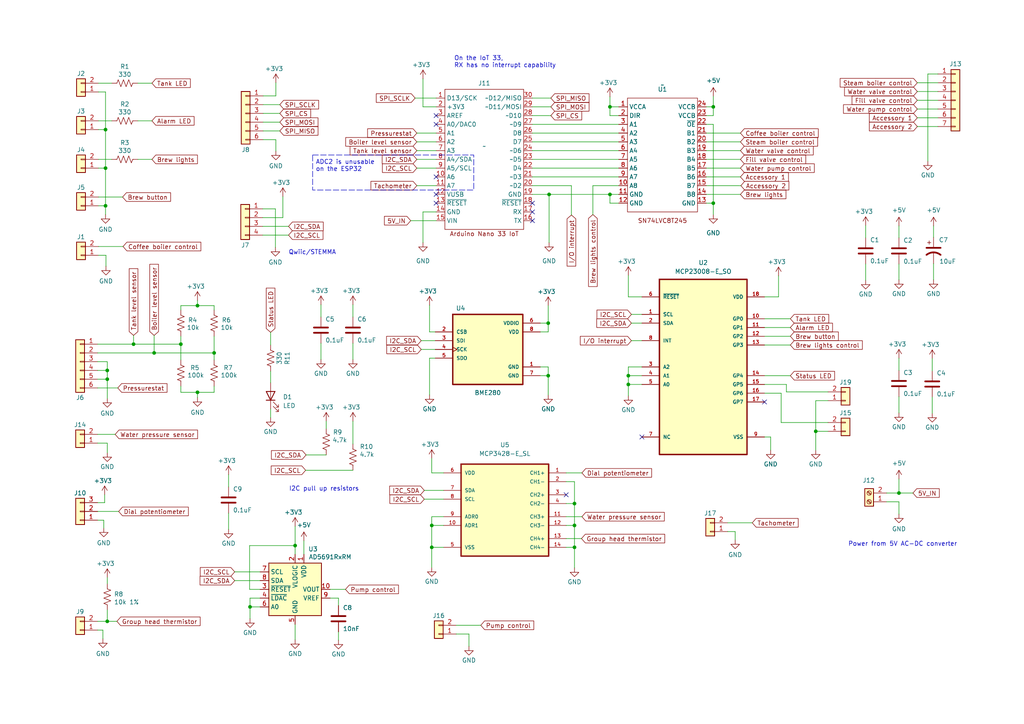
<source format=kicad_sch>
(kicad_sch (version 20230121) (generator eeschema)
  (paper "A4")
  (junction (at 159.004 108.966))
  (junction (at 125.222 152.4))
  (junction (at 182.245 111.506))
  (junction (at 182.245 108.966))
  (junction (at 166.624 152.4))
  (junction (at 176.911 56.388))
  (junction (at 44.704 102.362))
  (junction (at 236.601 125.095))
  (junction (at 31.115 180.213))
  (junction (at 85.598 158.242))
  (junction (at 30.607 37.592))
  (junction (at 31.115 107.442))
  (junction (at 38.735 99.822))
  (junction (at 260.731 143.002))
  (junction (at 206.883 58.928))
  (junction (at 72.517 176.022))
  (junction (at 31.115 109.982))
  (junction (at 159.258 56.388))
  (junction (at 52.451 99.822))
  (junction (at 159.004 93.726))
  (junction (at 57.277 113.792))
  (junction (at 166.624 146.05))
  (junction (at 62.103 102.362))
  (junction (at 206.883 30.988))
  (junction (at 30.607 48.768))
  (junction (at 176.911 30.988))
  (junction (at 166.624 158.75))
  (junction (at 125.222 158.75))
  (junction (at 30.607 59.69))
  (junction (at 57.277 88.646))
  (no_connect (at 126.492 36.068))
  (no_connect (at 154.432 64.008))
  (no_connect (at 164.211 143.51))
  (no_connect (at 126.492 33.528))
  (no_connect (at 154.432 61.468))
  (no_connect (at 221.742 116.586))
  (no_connect (at 126.492 51.308))
  (no_connect (at 186.182 126.746))
  (no_connect (at 154.432 58.928))
  (no_connect (at 126.492 58.928))
  (no_connect (at 126.492 56.388))
  (wire (pts (xy 76.2 63.119) (xy 82.042 63.119)))
  (wire (pts (xy 176.911 58.928) (xy 176.911 56.388)))
  (wire (pts (xy 62.103 88.646) (xy 57.277 88.646)))
  (wire (pts (xy 166.624 158.75) (xy 166.624 164.719)))
  (wire (pts (xy 260.731 76.581) (xy 260.731 81.153)))
  (wire (pts (xy 182.245 86.106) (xy 182.245 79.883)))
  (wire (pts (xy 72.39 158.242) (xy 85.598 158.242)))
  (wire (pts (xy 228.092 113.665) (xy 240.157 113.665)))
  (wire (pts (xy 251.079 65.405) (xy 251.079 68.961)))
  (wire (pts (xy 28.321 104.902) (xy 31.115 104.902)))
  (wire (pts (xy 260.731 115.062) (xy 260.731 119.761)))
  (wire (pts (xy 75.438 170.942) (xy 72.39 170.942)))
  (wire (pts (xy 236.601 116.205) (xy 236.601 125.095)))
  (wire (pts (xy 136.017 183.896) (xy 136.017 187.452)))
  (wire (pts (xy 270.383 104.013) (xy 270.383 107.569)))
  (wire (pts (xy 236.601 125.095) (xy 240.157 125.095)))
  (wire (pts (xy 30.607 48.768) (xy 30.607 59.69)))
  (wire (pts (xy 31.115 104.902) (xy 31.115 107.442)))
  (wire (pts (xy 176.911 33.528) (xy 176.911 30.988)))
  (wire (pts (xy 221.742 97.536) (xy 229.235 97.536)))
  (wire (pts (xy 28.575 46.228) (xy 32.385 46.228)))
  (wire (pts (xy 75.438 176.022) (xy 72.517 176.022)))
  (wire (pts (xy 128.651 149.86) (xy 125.222 149.86)))
  (wire (pts (xy 154.432 53.848) (xy 165.735 53.848)))
  (wire (pts (xy 128.651 158.75) (xy 125.222 158.75)))
  (wire (pts (xy 94.615 122.174) (xy 94.615 124.333)))
  (wire (pts (xy 154.432 28.448) (xy 159.766 28.448)))
  (wire (pts (xy 154.432 56.388) (xy 159.258 56.388)))
  (wire (pts (xy 270.764 76.454) (xy 270.764 81.153)))
  (wire (pts (xy 159.258 56.388) (xy 159.258 70.358)))
  (wire (pts (xy 206.883 33.528) (xy 206.883 30.988)))
  (wire (pts (xy 204.851 56.388) (xy 214.757 56.388)))
  (wire (pts (xy 154.432 36.068) (xy 179.451 36.068)))
  (wire (pts (xy 98.171 173.482) (xy 98.171 175.641)))
  (wire (pts (xy 78.486 96.393) (xy 78.486 100.076)))
  (wire (pts (xy 52.451 89.916) (xy 52.451 88.646)))
  (wire (pts (xy 88.138 156.845) (xy 88.138 160.782)))
  (wire (pts (xy 28.575 37.592) (xy 30.607 37.592)))
  (wire (pts (xy 28.321 107.442) (xy 31.115 107.442)))
  (wire (pts (xy 206.883 27.94) (xy 206.883 30.988)))
  (wire (pts (xy 122.682 61.468) (xy 122.682 70.358)))
  (wire (pts (xy 260.731 103.886) (xy 260.731 107.442)))
  (wire (pts (xy 183.134 93.726) (xy 186.182 93.726)))
  (wire (pts (xy 154.432 33.528) (xy 159.766 33.528)))
  (wire (pts (xy 76.2 68.199) (xy 83.693 68.199)))
  (wire (pts (xy 126.492 61.468) (xy 122.682 61.468)))
  (wire (pts (xy 179.451 53.848) (xy 171.958 53.848)))
  (wire (pts (xy 186.182 106.426) (xy 182.245 106.426)))
  (wire (pts (xy 164.211 137.16) (xy 168.783 137.16)))
  (wire (pts (xy 225.806 80.01) (xy 225.806 86.106)))
  (wire (pts (xy 154.432 38.608) (xy 179.451 38.608)))
  (wire (pts (xy 98.171 183.261) (xy 98.171 185.674)))
  (wire (pts (xy 154.432 46.228) (xy 179.451 46.228)))
  (wire (pts (xy 28.575 59.69) (xy 30.607 59.69)))
  (wire (pts (xy 80.01 40.513) (xy 80.01 43.815)))
  (wire (pts (xy 204.851 58.928) (xy 206.883 58.928)))
  (wire (pts (xy 204.851 43.688) (xy 214.757 43.688)))
  (wire (pts (xy 52.451 112.014) (xy 52.451 113.792)))
  (wire (pts (xy 221.742 108.966) (xy 229.235 108.966)))
  (wire (pts (xy 76.2 60.579) (xy 79.883 60.579)))
  (wire (pts (xy 52.451 97.536) (xy 52.451 99.822)))
  (wire (pts (xy 221.742 126.746) (xy 223.52 126.746)))
  (wire (pts (xy 31.115 109.982) (xy 31.115 115.57)))
  (wire (pts (xy 125.222 158.75) (xy 125.222 164.592)))
  (wire (pts (xy 72.517 173.482) (xy 72.517 176.022)))
  (wire (pts (xy 260.731 143.002) (xy 264.795 143.002)))
  (wire (pts (xy 269.113 21.463) (xy 272.034 21.463)))
  (wire (pts (xy 165.735 62.357) (xy 165.735 53.848)))
  (wire (pts (xy 266.065 26.543) (xy 272.034 26.543)))
  (wire (pts (xy 52.451 88.646) (xy 57.277 88.646)))
  (wire (pts (xy 52.451 99.822) (xy 52.451 104.394)))
  (wire (pts (xy 182.245 106.426) (xy 182.245 108.966)))
  (wire (pts (xy 154.432 43.688) (xy 179.451 43.688)))
  (wire (pts (xy 183.134 98.806) (xy 186.182 98.806)))
  (wire (pts (xy 28.321 128.524) (xy 31.115 128.524)))
  (wire (pts (xy 221.742 111.506) (xy 228.092 111.506)))
  (wire (pts (xy 85.598 158.242) (xy 85.598 160.782)))
  (wire (pts (xy 260.731 145.542) (xy 260.731 149.098)))
  (wire (pts (xy 31.115 176.911) (xy 31.115 180.213)))
  (wire (pts (xy 75.438 173.482) (xy 72.517 173.482)))
  (wire (pts (xy 260.731 138.938) (xy 260.731 143.002)))
  (wire (pts (xy 156.718 93.726) (xy 159.004 93.726)))
  (wire (pts (xy 154.432 30.988) (xy 159.766 30.988)))
  (wire (pts (xy 159.258 56.388) (xy 176.911 56.388)))
  (wire (pts (xy 66.294 148.844) (xy 66.294 153.543)))
  (wire (pts (xy 221.742 100.076) (xy 229.235 100.076)))
  (wire (pts (xy 154.432 48.768) (xy 179.451 48.768)))
  (wire (pts (xy 120.904 41.148) (xy 126.492 41.148)))
  (wire (pts (xy 182.245 108.966) (xy 186.182 108.966)))
  (wire (pts (xy 62.103 112.014) (xy 62.103 113.792)))
  (wire (pts (xy 159.004 96.266) (xy 159.004 93.726)))
  (wire (pts (xy 164.211 152.4) (xy 166.624 152.4)))
  (wire (pts (xy 270.383 115.189) (xy 270.383 119.888)))
  (wire (pts (xy 38.735 99.822) (xy 52.451 99.822)))
  (wire (pts (xy 76.2 65.659) (xy 83.693 65.659)))
  (wire (pts (xy 62.103 102.362) (xy 62.103 104.394)))
  (wire (pts (xy 28.321 125.984) (xy 33.401 125.984)))
  (wire (pts (xy 126.238 96.266) (xy 124.587 96.266)))
  (wire (pts (xy 28.575 24.13) (xy 32.385 24.13)))
  (wire (pts (xy 164.211 139.7) (xy 166.624 139.7)))
  (wire (pts (xy 102.362 122.174) (xy 102.362 128.778)))
  (wire (pts (xy 30.607 37.592) (xy 30.607 48.768)))
  (wire (pts (xy 120.904 46.228) (xy 126.492 46.228)))
  (wire (pts (xy 183.134 91.186) (xy 186.182 91.186)))
  (wire (pts (xy 62.103 113.792) (xy 57.277 113.792)))
  (wire (pts (xy 236.601 116.205) (xy 240.157 116.205)))
  (wire (pts (xy 221.742 114.046) (xy 226.568 114.046)))
  (wire (pts (xy 88.646 136.398) (xy 102.362 136.398)))
  (wire (pts (xy 95.758 170.942) (xy 100.203 170.942)))
  (wire (pts (xy 30.607 59.69) (xy 30.607 62.23)))
  (wire (pts (xy 28.321 182.753) (xy 29.845 182.753)))
  (wire (pts (xy 30.734 77.216) (xy 30.734 74.041)))
  (wire (pts (xy 72.39 170.942) (xy 72.39 158.242)))
  (wire (pts (xy 40.005 24.13) (xy 44.069 24.13)))
  (wire (pts (xy 28.321 112.522) (xy 34.163 112.522)))
  (wire (pts (xy 154.432 51.308) (xy 179.451 51.308)))
  (wire (pts (xy 52.451 113.792) (xy 57.277 113.792)))
  (wire (pts (xy 164.211 156.21) (xy 168.656 156.21)))
  (wire (pts (xy 95.758 173.482) (xy 98.171 173.482)))
  (wire (pts (xy 44.704 97.282) (xy 44.704 102.362)))
  (wire (pts (xy 102.362 88.392) (xy 102.362 91.948)))
  (wire (pts (xy 31.115 128.524) (xy 31.115 131.318)))
  (wire (pts (xy 120.904 53.848) (xy 126.492 53.848)))
  (wire (pts (xy 30.734 74.041) (xy 28.575 74.041)))
  (wire (pts (xy 68.072 168.402) (xy 75.438 168.402)))
  (wire (pts (xy 204.851 41.148) (xy 214.757 41.148)))
  (wire (pts (xy 159.004 88.646) (xy 159.004 93.726)))
  (wire (pts (xy 156.718 108.966) (xy 159.004 108.966)))
  (wire (pts (xy 28.321 148.336) (xy 34.417 148.336)))
  (wire (pts (xy 166.624 139.7) (xy 166.624 146.05)))
  (wire (pts (xy 204.851 38.608) (xy 214.757 38.608)))
  (wire (pts (xy 30.099 150.876) (xy 30.099 153.162)))
  (wire (pts (xy 204.851 30.988) (xy 206.883 30.988)))
  (wire (pts (xy 211.074 151.638) (xy 218.186 151.638)))
  (wire (pts (xy 28.575 71.501) (xy 35.687 71.501)))
  (wire (pts (xy 176.911 30.988) (xy 176.911 28.067)))
  (wire (pts (xy 40.005 46.228) (xy 44.069 46.228)))
  (wire (pts (xy 176.911 56.388) (xy 179.451 56.388)))
  (wire (pts (xy 132.334 183.896) (xy 136.017 183.896)))
  (wire (pts (xy 236.601 125.095) (xy 236.601 130.556)))
  (wire (pts (xy 269.113 21.463) (xy 269.113 46.736)))
  (wire (pts (xy 80.01 27.813) (xy 80.01 24.003)))
  (wire (pts (xy 119.126 64.008) (xy 126.492 64.008)))
  (wire (pts (xy 221.742 86.106) (xy 225.806 86.106)))
  (wire (pts (xy 204.851 33.528) (xy 206.883 33.528)))
  (wire (pts (xy 128.651 137.16) (xy 125.222 137.16)))
  (wire (pts (xy 31.115 107.442) (xy 31.115 109.982)))
  (wire (pts (xy 179.451 30.988) (xy 176.911 30.988)))
  (wire (pts (xy 211.074 154.178) (xy 213.233 154.178)))
  (wire (pts (xy 122.682 30.988) (xy 122.682 22.86)))
  (wire (pts (xy 204.851 46.228) (xy 214.757 46.228)))
  (wire (pts (xy 221.742 92.456) (xy 229.235 92.456)))
  (wire (pts (xy 78.486 107.696) (xy 78.486 110.998)))
  (wire (pts (xy 122.174 101.346) (xy 126.238 101.346)))
  (wire (pts (xy 78.486 118.618) (xy 78.486 121.158)))
  (wire (pts (xy 257.175 143.002) (xy 260.731 143.002)))
  (wire (pts (xy 204.851 53.848) (xy 214.884 53.848)))
  (wire (pts (xy 76.327 27.813) (xy 80.01 27.813)))
  (wire (pts (xy 125.222 152.4) (xy 125.222 158.75)))
  (wire (pts (xy 44.704 102.362) (xy 62.103 102.362)))
  (wire (pts (xy 166.624 152.4) (xy 166.624 158.75)))
  (wire (pts (xy 132.334 181.356) (xy 139.446 181.356)))
  (wire (pts (xy 125.222 149.86) (xy 125.222 152.4)))
  (wire (pts (xy 124.587 96.266) (xy 124.587 88.519)))
  (wire (pts (xy 179.451 33.528) (xy 176.911 33.528)))
  (wire (pts (xy 228.092 113.665) (xy 228.092 111.506)))
  (wire (pts (xy 223.52 126.746) (xy 223.52 130.556)))
  (wire (pts (xy 156.718 96.266) (xy 159.004 96.266)))
  (wire (pts (xy 88.773 131.953) (xy 94.615 131.953)))
  (wire (pts (xy 260.731 65.532) (xy 260.731 68.961)))
  (wire (pts (xy 186.182 86.106) (xy 182.245 86.106)))
  (wire (pts (xy 179.451 58.928) (xy 176.911 58.928)))
  (wire (pts (xy 28.321 180.213) (xy 31.115 180.213)))
  (wire (pts (xy 204.851 36.068) (xy 206.883 36.068)))
  (wire (pts (xy 57.277 88.646) (xy 57.277 87.122)))
  (wire (pts (xy 120.904 43.688) (xy 126.492 43.688)))
  (wire (pts (xy 171.958 53.848) (xy 171.958 62.23)))
  (wire (pts (xy 62.103 89.916) (xy 62.103 88.646)))
  (wire (pts (xy 182.245 108.966) (xy 182.245 111.506)))
  (wire (pts (xy 120.396 28.448) (xy 126.492 28.448)))
  (wire (pts (xy 85.598 181.102) (xy 85.598 185.547)))
  (wire (pts (xy 76.327 37.973) (xy 81.153 37.973)))
  (wire (pts (xy 125.222 137.16) (xy 125.222 132.969)))
  (wire (pts (xy 159.004 114.554) (xy 159.004 108.966)))
  (wire (pts (xy 154.432 41.148) (xy 179.451 41.148)))
  (wire (pts (xy 164.211 146.05) (xy 166.624 146.05)))
  (wire (pts (xy 122.174 98.806) (xy 126.238 98.806)))
  (wire (pts (xy 76.327 40.513) (xy 80.01 40.513)))
  (wire (pts (xy 182.245 111.506) (xy 186.182 111.506)))
  (wire (pts (xy 204.851 48.768) (xy 214.757 48.768)))
  (wire (pts (xy 28.321 99.822) (xy 38.735 99.822)))
  (wire (pts (xy 126.238 103.886) (xy 124.587 103.886)))
  (wire (pts (xy 28.575 26.67) (xy 30.607 26.67)))
  (wire (pts (xy 120.904 48.768) (xy 126.492 48.768)))
  (wire (pts (xy 28.321 109.982) (xy 31.115 109.982)))
  (wire (pts (xy 30.353 145.796) (xy 30.353 143.51)))
  (wire (pts (xy 72.517 176.022) (xy 72.517 179.451)))
  (wire (pts (xy 68.072 165.862) (xy 75.438 165.862)))
  (wire (pts (xy 85.598 152.654) (xy 85.598 158.242)))
  (wire (pts (xy 128.651 152.4) (xy 125.222 152.4)))
  (wire (pts (xy 28.575 35.052) (xy 32.385 35.052)))
  (wire (pts (xy 159.004 108.966) (xy 159.004 106.426)))
  (wire (pts (xy 66.294 137.668) (xy 66.294 141.224)))
  (wire (pts (xy 82.042 57.023) (xy 82.042 63.119)))
  (wire (pts (xy 123.063 144.78) (xy 128.651 144.78)))
  (wire (pts (xy 76.327 32.893) (xy 81.153 32.893)))
  (wire (pts (xy 266.065 34.163) (xy 272.034 34.163)))
  (wire (pts (xy 28.321 145.796) (xy 30.353 145.796)))
  (wire (pts (xy 29.845 182.753) (xy 29.845 185.293)))
  (wire (pts (xy 93.091 88.392) (xy 93.091 91.948)))
  (wire (pts (xy 57.277 113.792) (xy 57.277 115.316)))
  (wire (pts (xy 257.175 145.542) (xy 260.731 145.542)))
  (wire (pts (xy 204.851 51.308) (xy 214.757 51.308)))
  (wire (pts (xy 79.883 60.579) (xy 79.883 71.755)))
  (wire (pts (xy 30.607 26.67) (xy 30.607 37.592)))
  (wire (pts (xy 270.764 65.532) (xy 270.764 68.834)))
  (wire (pts (xy 28.575 57.15) (xy 35.56 57.15)))
  (wire (pts (xy 206.883 58.928) (xy 206.883 62.23)))
  (wire (pts (xy 38.735 97.282) (xy 38.735 99.822)))
  (wire (pts (xy 266.065 31.623) (xy 272.034 31.623)))
  (wire (pts (xy 159.004 106.426) (xy 156.718 106.426)))
  (wire (pts (xy 164.211 149.86) (xy 168.783 149.86)))
  (wire (pts (xy 251.079 76.581) (xy 251.079 81.28)))
  (wire (pts (xy 31.115 180.213) (xy 33.909 180.213)))
  (wire (pts (xy 126.492 30.988) (xy 122.682 30.988)))
  (wire (pts (xy 28.321 150.876) (xy 30.099 150.876)))
  (wire (pts (xy 76.327 30.353) (xy 81.153 30.353)))
  (wire (pts (xy 120.904 38.608) (xy 126.492 38.608)))
  (wire (pts (xy 124.587 103.886) (xy 124.587 114.554)))
  (wire (pts (xy 28.575 48.768) (xy 30.607 48.768)))
  (wire (pts (xy 93.091 99.568) (xy 93.091 104.267)))
  (wire (pts (xy 102.362 99.568) (xy 102.362 104.267)))
  (wire (pts (xy 266.065 24.003) (xy 272.034 24.003)))
  (wire (pts (xy 76.327 35.433) (xy 81.153 35.433)))
  (wire (pts (xy 221.742 94.996) (xy 229.235 94.996)))
  (wire (pts (xy 266.065 36.703) (xy 272.034 36.703)))
  (wire (pts (xy 164.211 158.75) (xy 166.624 158.75)))
  (wire (pts (xy 40.005 35.052) (xy 44.069 35.052)))
  (wire (pts (xy 62.103 97.536) (xy 62.103 102.362)))
  (wire (pts (xy 182.245 111.506) (xy 182.245 114.808)))
  (wire (pts (xy 206.883 36.068) (xy 206.883 58.928)))
  (wire (pts (xy 123.063 142.24) (xy 128.651 142.24)))
  (wire (pts (xy 31.115 167.513) (xy 31.115 169.291)))
  (wire (pts (xy 226.568 114.046) (xy 226.568 122.555)))
  (wire (pts (xy 266.065 29.083) (xy 272.034 29.083)))
  (wire (pts (xy 226.568 122.555) (xy 240.157 122.555)))
  (wire (pts (xy 28.321 102.362) (xy 44.704 102.362)))
  (wire (pts (xy 166.624 146.05) (xy 166.624 152.4)))
  (wire (pts (xy 213.233 154.178) (xy 213.233 156.591)))
  (rectangle (start 90.678 44.958) (end 137.414 55.118) (stroke (width 0) (type dash)))
  (text "Qwiic/STEMMA" (at 83.693 74.041 0) (effects (font (size 1.27 1.27)) (justify left bottom)))
  (text "I2C pull up resistors" (at 83.82 142.621 0) (effects (font (size 1.27 1.27)) (justify left bottom)))
  (text "On the IoT 33,\nRX has no interrupt capability" (at 131.699 19.812 0) (effects (font (size 1.27 1.27)) (justify left bottom)))
  (text "Power from 5V AC-DC converter" (at 245.999 158.623 0) (effects (font (size 1.27 1.27)) (justify left bottom)))
  (text "ADC2 is unusable\non the ESP32" (at 91.567 49.911 0) (effects (font (size 1.27 1.27)) (justify left bottom)))
  (global_label "I2C_SDA" (shape input) (at 120.904 46.228 180) (property "Intersheetrefs" "${INTERSHEET_REFS}" (effects hide)))
  (global_label "Water pressure sensor" (shape input) (at 33.401 125.984 0) (property "Intersheetrefs" "${INTERSHEET_REFS}" (effects hide)))
  (global_label "Tachometer" (shape input) (at 218.186 151.638 0) (property "Intersheetrefs" "${INTERSHEET_REFS}" (effects hide)))
  (global_label "Accessory 1" (shape input) (at 266.065 34.163 180) (property "Intersheetrefs" "${INTERSHEET_REFS}" (effects hide)))
  (global_label "Water pump control" (shape input) (at 266.065 31.623 180) (property "Intersheetrefs" "${INTERSHEET_REFS}" (effects hide)))
  (global_label "Accessory 2" (shape input) (at 214.884 53.848 0) (property "Intersheetrefs" "${INTERSHEET_REFS}" (effects hide)))
  (global_label "I2C_SCL" (shape input) (at 122.174 101.346 180) (property "Intersheetrefs" "${INTERSHEET_REFS}" (effects hide)))
  (global_label "Alarm LED" (shape input) (at 44.069 35.052 0) (property "Intersheetrefs" "${INTERSHEET_REFS}" (effects hide)))
  (global_label "Accessory 2" (shape input) (at 266.065 36.703 180) (property "Intersheetrefs" "${INTERSHEET_REFS}" (effects hide)))
  (global_label "I{slash}O interrupt" (shape input) (at 165.735 62.357 270) (property "Intersheetrefs" "${INTERSHEET_REFS}" (effects hide)))
  (global_label "Boiler level sensor" (shape input) (at 44.704 97.282 90) (property "Intersheetrefs" "${INTERSHEET_REFS}" (effects hide)))
  (global_label "Coffee boiler control" (shape input) (at 35.687 71.501 0) (property "Intersheetrefs" "${INTERSHEET_REFS}" (effects hide)))
  (global_label "I2C_SCL" (shape input) (at 88.646 136.398 180) (property "Intersheetrefs" "${INTERSHEET_REFS}" (effects hide)))
  (global_label "I2C_SCL" (shape input) (at 68.072 165.862 180) (property "Intersheetrefs" "${INTERSHEET_REFS}" (effects hide)))
  (global_label "Dial potentiometer" (shape input) (at 168.783 137.16 0) (property "Intersheetrefs" "${INTERSHEET_REFS}" (effects hide)))
  (global_label "Brew button" (shape input) (at 35.56 57.15 0) (property "Intersheetrefs" "${INTERSHEET_REFS}" (effects hide)))
  (global_label "Pressurestat" (shape input) (at 120.904 38.608 180) (property "Intersheetrefs" "${INTERSHEET_REFS}" (effects hide)))
  (global_label "Brew lights" (shape input) (at 44.069 46.228 0) (property "Intersheetrefs" "${INTERSHEET_REFS}" (effects hide)))
  (global_label "SPI_MISO" (shape input) (at 159.766 28.448 0) (property "Intersheetrefs" "${INTERSHEET_REFS}" (effects hide)))
  (global_label "I2C_SCL" (shape input) (at 123.063 144.78 180) (property "Intersheetrefs" "${INTERSHEET_REFS}" (effects hide)))
  (global_label "5V_IN" (shape input) (at 119.126 64.008 180) (property "Intersheetrefs" "${INTERSHEET_REFS}" (effects hide)))
  (global_label "I2C_SDA" (shape input) (at 68.072 168.402 180) (property "Intersheetrefs" "${INTERSHEET_REFS}" (effects hide)))
  (global_label "Pump control" (shape input) (at 139.446 181.356 0) (property "Intersheetrefs" "${INTERSHEET_REFS}" (effects hide)))
  (global_label "Dial potentiometer" (shape input) (at 34.417 148.336 0) (property "Intersheetrefs" "${INTERSHEET_REFS}" (effects hide)))
  (global_label "I2C_SDA" (shape input) (at 88.773 131.953 180) (property "Intersheetrefs" "${INTERSHEET_REFS}" (effects hide)))
  (global_label "Steam boiler control" (shape input) (at 266.065 24.003 180) (property "Intersheetrefs" "${INTERSHEET_REFS}" (effects hide)))
  (global_label "Water valve control" (shape input) (at 266.065 26.543 180) (property "Intersheetrefs" "${INTERSHEET_REFS}" (effects hide)))
  (global_label "SPI_SCLK" (shape input) (at 120.396 28.448 180) (property "Intersheetrefs" "${INTERSHEET_REFS}" (effects hide)))
  (global_label "I2C_SDA" (shape input) (at 83.693 65.659 0) (property "Intersheetrefs" "${INTERSHEET_REFS}" (effects hide)))
  (global_label "SPI_MOSI" (shape input) (at 159.766 30.988 0) (property "Intersheetrefs" "${INTERSHEET_REFS}" (effects hide)))
  (global_label "SPI_MISO" (shape input) (at 81.153 37.973 0) (property "Intersheetrefs" "${INTERSHEET_REFS}" (effects hide)))
  (global_label "Water pressure sensor" (shape input) (at 168.783 149.86 0) (property "Intersheetrefs" "${INTERSHEET_REFS}" (effects hide)))
  (global_label "SPI_CS" (shape input) (at 81.153 32.893 0) (property "Intersheetrefs" "${INTERSHEET_REFS}" (effects hide)))
  (global_label "SPI_MOSI" (shape input) (at 81.153 35.433 0) (property "Intersheetrefs" "${INTERSHEET_REFS}" (effects hide)))
  (global_label "Water pump control" (shape input) (at 214.757 48.768 0) (property "Intersheetrefs" "${INTERSHEET_REFS}" (effects hide)))
  (global_label "Brew lights control" (shape input) (at 171.958 62.23 270) (property "Intersheetrefs" "${INTERSHEET_REFS}" (effects hide)))
  (global_label "Tank level sensor" (shape input) (at 38.735 97.282 90) (property "Intersheetrefs" "${INTERSHEET_REFS}" (effects hide)))
  (global_label "I2C_SDA" (shape input) (at 123.063 142.24 180) (property "Intersheetrefs" "${INTERSHEET_REFS}" (effects hide)))
  (global_label "Alarm LED" (shape input) (at 229.235 94.996 0) (property "Intersheetrefs" "${INTERSHEET_REFS}" (effects hide)))
  (global_label "Tank level sensor" (shape input) (at 120.904 43.688 180) (property "Intersheetrefs" "${INTERSHEET_REFS}" (effects hide)))
  (global_label "I2C_SDA" (shape input) (at 183.134 93.726 180) (property "Intersheetrefs" "${INTERSHEET_REFS}" (effects hide)))
  (global_label "Status LED" (shape input) (at 78.486 96.393 90) (property "Intersheetrefs" "${INTERSHEET_REFS}" (effects hide)))
  (global_label "Fill valve control" (shape input) (at 266.065 29.083 180) (property "Intersheetrefs" "${INTERSHEET_REFS}" (effects hide)))
  (global_label "Steam boiler control" (shape input) (at 214.757 41.148 0) (property "Intersheetrefs" "${INTERSHEET_REFS}" (effects hide)))
  (global_label "Brew lights" (shape input) (at 214.757 56.388 0) (property "Intersheetrefs" "${INTERSHEET_REFS}" (effects hide)))
  (global_label "SPI_CS" (shape input) (at 159.766 33.528 0) (property "Intersheetrefs" "${INTERSHEET_REFS}" (effects hide)))
  (global_label "Pressurestat" (shape input) (at 34.163 112.522 0) (property "Intersheetrefs" "${INTERSHEET_REFS}" (effects hide)))
  (global_label "I2C_SCL" (shape input) (at 83.693 68.199 0) (property "Intersheetrefs" "${INTERSHEET_REFS}" (effects hide)))
  (global_label "Pump control" (shape input) (at 100.203 170.942 0) (property "Intersheetrefs" "${INTERSHEET_REFS}" (effects hide)))
  (global_label "I2C_SCL" (shape input) (at 120.904 48.768 180) (property "Intersheetrefs" "${INTERSHEET_REFS}" (effects hide)))
  (global_label "I2C_SDA" (shape input) (at 122.174 98.806 180) (property "Intersheetrefs" "${INTERSHEET_REFS}" (effects hide)))
  (global_label "Status LED" (shape input) (at 229.235 108.966 0) (property "Intersheetrefs" "${INTERSHEET_REFS}" (effects hide)))
  (global_label "Brew button" (shape input) (at 229.235 97.536 0) (property "Intersheetrefs" "${INTERSHEET_REFS}" (effects hide)))
  (global_label "Boiler level sensor" (shape input) (at 120.904 41.148 180) (property "Intersheetrefs" "${INTERSHEET_REFS}" (effects hide)))
  (global_label "Accessory 1" (shape input) (at 214.757 51.308 0) (property "Intersheetrefs" "${INTERSHEET_REFS}" (effects hide)))
  (global_label "Fill valve control" (shape input) (at 214.757 46.228 0) (property "Intersheetrefs" "${INTERSHEET_REFS}" (effects hide)))
  (global_label "Group head thermistor" (shape input) (at 168.656 156.21 0) (property "Intersheetrefs" "${INTERSHEET_REFS}" (effects hide)))
  (global_label "I2C_SCL" (shape input) (at 183.134 91.186 180) (property "Intersheetrefs" "${INTERSHEET_REFS}" (effects hide)))
  (global_label "SPI_SCLK" (shape input) (at 81.153 30.353 0) (property "Intersheetrefs" "${INTERSHEET_REFS}" (effects hide)))
  (global_label "Tachometer" (shape input) (at 120.904 53.848 180) (property "Intersheetrefs" "${INTERSHEET_REFS}" (effects hide)))
  (global_label "Tank LED" (shape input) (at 229.235 92.456 0) (property "Intersheetrefs" "${INTERSHEET_REFS}" (effects hide)))
  (global_label "Brew lights control" (shape input) (at 229.235 100.076 0) (property "Intersheetrefs" "${INTERSHEET_REFS}" (effects hide)))
  (global_label "Coffee boiler control" (shape input) (at 214.757 38.608 0) (property "Intersheetrefs" "${INTERSHEET_REFS}" (effects hide)))
  (global_label "5V_IN" (shape input) (at 264.795 143.002 0) (property "Intersheetrefs" "${INTERSHEET_REFS}" (effects hide)))
  (global_label "Group head thermistor" (shape input) (at 33.909 180.213 0) (property "Intersheetrefs" "${INTERSHEET_REFS}" (effects hide)))
  (global_label "I{slash}O interrupt" (shape input) (at 183.134 98.806 180) (property "Intersheetrefs" "${INTERSHEET_REFS}" (effects hide)))
  (global_label "Water valve control" (shape input) (at 214.757 43.688 0) (property "Intersheetrefs" "${INTERSHEET_REFS}" (effects hide)))
  (global_label "Tank LED" (shape input) (at 44.069 24.13 0) (property "Intersheetrefs" "${INTERSHEET_REFS}" (effects hide)))
  (symbol (lib_id "Device:R_US") (at 36.195 24.13 90) (unit 1)
    (property "Reference" "R1" (at 36.195 19.304 90))
    (property "Value" "330" (at 36.195 21.59 90))
    (property "Footprint" "Resistor_SMD:R_0805_2012Metric" (effects hide))
  )
  (symbol (lib_id "Project_symbols:SN74LVC8T245") (at 192.151 44.958 0) (unit 1)
    (property "Reference" "U1" (at 192.151 25.908 0))
    (property "Value" "~" (at 192.151 24.638 0))
    (property "Footprint" "Espresso_footprints:SOP127P780X200-24N" (effects hide))
  )
  (symbol (lib_id "Device:C") (at 98.171 179.451 0) (unit 1)
    (property "Reference" "C8" (at 99.441 176.276 0) (effects (justify left)))
    (property "Value" "10nF" (at 99.441 182.372 0) (effects (justify left)))
    (property "Footprint" "Capacitor_SMD:C_0805_2012Metric" (effects hide))
  )
  (symbol (lib_id "Device:C_Polarized_US") (at 270.764 72.644 0) (unit 1)
    (property "Reference" "C7" (at 272.288 69.596 0) (effects (justify left)))
    (property "Value" "10uF" (at 272.415 75.819 0) (effects (justify left)))
    (property "Footprint" "Capacitor_Tantalum_SMD:CP_EIA-3216-18_Kemet-A" (effects hide))
  )
  (symbol (lib_id "power:GND") (at 78.486 121.158 0) (unit 1)
    (property "Reference" "#PWR044" (effects hide))
    (property "Value" "GND" (at 78.486 125.222 0))
  )
  (symbol (lib_id "power:+3V3") (at 102.362 88.392 0) (unit 1)
    (property "Reference" "#PWR048" (effects hide))
    (property "Value" "+3V3" (at 101.854 84.328 0))
  )
  (symbol (lib_id "Connector_Generic:Conn_01x04") (at 71.12 63.119 0) (mirror y) (unit 1)
    (property "Reference" "J7" (at 71.12 71.12 0))
    (property "Value" "Conn_01x04" (effects hide))
    (property "Footprint" "Connector_JST:JST_SH_SM04B-SRSS-TB_1x04-1MP_P1.00mm_Horizontal" (effects hide))
  )
  (symbol (lib_id "Connector_Generic:Conn_01x02") (at 127.254 183.896 180) (unit 1)
    (property "Reference" "J16" (at 127.254 178.562 0))
    (property "Value" "Conn_01x02" (effects hide))
    (property "Footprint" "Espresso_footprints:PinHeader_1x02_P2.54mm_Vertical" (effects hide))
  )
  (symbol (lib_id "Connector_Generic:Conn_01x02") (at 23.495 48.768 180) (unit 1)
    (property "Reference" "J4" (at 23.495 43.434 0))
    (property "Value" "Conn_01x02" (effects hide))
    (property "Footprint" "Espresso_footprints:PinHeader_1x02_P2.54mm_Vertical" (effects hide))
  )
  (symbol (lib_id "Device:C") (at 260.731 111.252 0) (unit 1)
    (property "Reference" "C3" (at 262.001 108.077 0) (effects (justify left)))
    (property "Value" "0.1uF" (at 262.001 114.173 0) (effects (justify left)))
    (property "Footprint" "Capacitor_SMD:C_0805_2012Metric" (effects hide))
  )
  (symbol (lib_id "power:GND") (at 30.099 153.162 0) (unit 1)
    (property "Reference" "#PWR012" (effects hide))
    (property "Value" "GND" (at 30.099 157.48 0))
  )
  (symbol (lib_id "Device:C") (at 93.091 95.758 0) (unit 1)
    (property "Reference" "C5" (at 94.361 92.583 0) (effects (justify left)))
    (property "Value" "0.1uF" (at 94.361 98.679 0) (effects (justify left)))
    (property "Footprint" "Capacitor_SMD:C_0805_2012Metric" (effects hide))
  )
  (symbol (lib_id "Connector_Generic:Conn_01x06") (at 23.241 104.902 0) (mirror y) (unit 1)
    (property "Reference" "J6" (at 23.241 115.316 0))
    (property "Value" "Conn_01x06" (effects hide))
    (property "Footprint" "Espresso_footprints:PinHeader_1x06_P2.54mm_Vertical" (effects hide))
  )
  (symbol (lib_id "Connector:Screw_Terminal_01x02") (at 252.095 145.542 180) (unit 1)
    (property "Reference" "J12" (at 251.968 139.319 0))
    (property "Value" "Screw_Terminal_01x02" (effects hide))
    (property "Footprint" "Espresso_footprints:Terminal_block_01x02" (effects hide))
  )
  (symbol (lib_id "Connector_Generic:Conn_01x02") (at 23.241 182.753 180) (unit 1)
    (property "Reference" "J9" (at 23.241 177.419 0))
    (property "Value" "Conn_01x02" (effects hide))
    (property "Footprint" "Espresso_footprints:PinHeader_1x02_P2.54mm_Vertical" (effects hide))
  )
  (symbol (lib_id "Connector_Generic:Conn_01x02") (at 23.495 26.67 180) (unit 1)
    (property "Reference" "J2" (at 23.495 21.336 0))
    (property "Value" "Conn_01x02" (effects hide))
    (property "Footprint" "Espresso_footprints:PinHeader_1x02_P2.54mm_Vertical" (effects hide))
  )
  (symbol (lib_id "power:GND") (at 270.764 81.153 0) (unit 1)
    (property "Reference" "#PWR051" (effects hide))
    (property "Value" "GND" (at 270.764 85.217 0))
  )
  (symbol (lib_id "power:GND") (at 206.883 62.23 0) (unit 1)
    (property "Reference" "#PWR019" (effects hide))
    (property "Value" "GND" (at 206.883 67.564 0))
  )
  (symbol (lib_id "Device:R_US") (at 62.103 108.204 180) (unit 1)
    (property "Reference" "R7" (at 66.167 106.68 0))
    (property "Value" "100k" (at 66.421 108.839 0))
    (property "Footprint" "Resistor_SMD:R_0805_2012Metric" (effects hide))
  )
  (symbol (lib_id "power:GND") (at 30.607 62.23 0) (unit 1)
    (property "Reference" "#PWR01" (effects hide))
    (property "Value" "GND" (at 30.607 66.548 0))
  )
  (symbol (lib_id "power:GND") (at 236.601 130.556 0) (unit 1)
    (property "Reference" "#PWR026" (effects hide))
    (property "Value" "GND" (at 236.601 134.62 0))
  )
  (symbol (lib_id "power:+3V3") (at 102.362 122.174 0) (unit 1)
    (property "Reference" "#PWR043" (effects hide))
    (property "Value" "+3V3" (at 101.854 118.11 0))
  )
  (symbol (lib_id "power:+3V3") (at 80.01 24.003 0) (unit 1)
    (property "Reference" "#PWR08" (effects hide))
    (property "Value" "+3V3" (at 79.502 19.939 0))
  )
  (symbol (lib_id "Project_symbols:MCP23008-E_SO") (at 203.962 106.426 0) (unit 1)
    (property "Reference" "U2" (at 203.962 76.2 0))
    (property "Value" "MCP23008-E_SO" (at 203.962 78.74 0))
    (property "Footprint" "Espresso_footprints:SOIC127P1030X265-18N" (effects hide))
  )
  (symbol (lib_id "Connector_Generic:Conn_01x02") (at 23.495 74.041 180) (unit 1)
    (property "Reference" "J1" (at 23.495 68.707 0))
    (property "Value" "Conn_01x02" (effects hide))
    (property "Footprint" "Espresso_footprints:PinHeader_1x02_P2.54mm_Vertical" (effects hide))
  )
  (symbol (lib_id "power:+5V") (at 260.731 138.938 0) (unit 1)
    (property "Reference" "#PWR024" (effects hide))
    (property "Value" "+5V" (at 260.731 134.366 0))
  )
  (symbol (lib_id "power:+3V3") (at 270.383 104.013 0) (unit 1)
    (property "Reference" "#PWR040" (effects hide))
    (property "Value" "+3V3" (at 269.875 99.949 0))
  )
  (symbol (lib_id "power:+3V3") (at 182.245 79.883 0) (unit 1)
    (property "Reference" "#PWR028" (effects hide))
    (property "Value" "+3V3" (at 181.737 75.819 0))
  )
  (symbol (lib_id "power:GND") (at 66.294 153.543 0) (unit 1)
    (property "Reference" "#PWR061" (effects hide))
    (property "Value" "GND" (at 66.294 157.607 0))
  )
  (symbol (lib_id "power:+3V3") (at 94.615 122.174 0) (unit 1)
    (property "Reference" "#PWR042" (effects hide))
    (property "Value" "+3V3" (at 94.107 118.11 0))
  )
  (symbol (lib_id "power:GND") (at 80.01 43.815 0) (unit 1)
    (property "Reference" "#PWR09" (effects hide))
    (property "Value" "GND" (at 80.01 48.133 0))
  )
  (symbol (lib_id "Connector_Generic:Conn_01x02") (at 23.495 59.69 180) (unit 1)
    (property "Reference" "J5" (at 23.495 54.356 0))
    (property "Value" "Conn_01x02" (effects hide))
    (property "Footprint" "Espresso_footprints:PinHeader_1x02_P2.54mm_Vertical" (effects hide))
  )
  (symbol (lib_id "power:+3V3") (at 251.079 65.405 0) (unit 1)
    (property "Reference" "#PWR020" (effects hide))
    (property "Value" "+3V3" (at 250.571 61.341 0))
  )
  (symbol (lib_id "power:GND") (at 136.017 187.452 0) (unit 1)
    (property "Reference" "#PWR059" (effects hide))
    (property "Value" "GND" (at 136.017 191.516 0))
  )
  (symbol (lib_id "Device:R_US") (at 31.115 173.101 180) (unit 1)
    (property "Reference" "R8" (at 34.417 172.339 0))
    (property "Value" "10k 1%" (at 36.703 174.625 0))
    (property "Footprint" "Resistor_SMD:R_0805_2012Metric" (effects hide))
  )
  (symbol (lib_id "Connector_Generic:Conn_01x06") (at 71.247 32.893 0) (mirror y) (unit 1)
    (property "Reference" "J8" (at 71.247 43.434 0))
    (property "Value" "Conn_01x06" (effects hide))
    (property "Footprint" "Espresso_footprints:PinHeader_1x06_P2.54mm_Vertical_DNP" (effects hide))
  )
  (symbol (lib_id "power:GND") (at 260.731 149.098 0) (unit 1)
    (property "Reference" "#PWR025" (effects hide))
    (property "Value" "GND" (at 260.731 153.416 0))
  )
  (symbol (lib_id "power:GND") (at 260.731 119.761 0) (unit 1)
    (property "Reference" "#PWR031" (effects hide))
    (property "Value" "GND" (at 260.731 123.825 0))
  )
  (symbol (lib_id "power:+3V3") (at 31.115 167.513 0) (unit 1)
    (property "Reference" "#PWR011" (effects hide))
    (property "Value" "+3V3" (at 30.607 163.449 0))
  )
  (symbol (lib_id "Device:R_US") (at 62.103 93.726 180) (unit 1)
    (property "Reference" "R6" (at 65.659 92.837 0))
    (property "Value" "10k" (at 65.786 94.996 0))
    (property "Footprint" "Resistor_SMD:R_0805_2012Metric" (effects hide))
  )
  (symbol (lib_id "Device:C") (at 270.383 111.379 0) (unit 1)
    (property "Reference" "C4" (at 271.653 108.204 0) (effects (justify left)))
    (property "Value" "0.1uF" (at 271.653 114.3 0) (effects (justify left)))
    (property "Footprint" "Capacitor_SMD:C_0805_2012Metric" (effects hide))
  )
  (symbol (lib_id "power:GND") (at 122.682 70.358 0) (unit 1)
    (property "Reference" "#PWR015" (effects hide))
    (property "Value" "GND" (at 122.682 75.692 0))
  )
  (symbol (lib_id "power:GND") (at 159.258 70.358 0) (unit 1)
    (property "Reference" "#PWR016" (effects hide))
    (property "Value" "GND" (at 159.258 75.692 0))
  )
  (symbol (lib_id "power:+3V3") (at 125.222 132.969 0) (unit 1)
    (property "Reference" "#PWR032" (effects hide))
    (property "Value" "+3V3" (at 124.714 128.905 0))
  )
  (symbol (lib_id "Project_symbols:Arduino_IoT") (at 140.462 46.228 0) (unit 1)
    (property "Reference" "J11" (at 140.462 24.13 0))
    (property "Value" "~" (at 140.462 42.418 0))
    (property "Footprint" "Espresso_footprints:Arduino_Nano_33_IoT_SMD" (effects hide))
  )
  (symbol (lib_id "Connector_Generic:Conn_01x02") (at 245.237 116.205 0) (mirror x) (unit 1)
    (property "Reference" "J19" (at 245.237 110.871 0))
    (property "Value" "Conn_01x02" (effects hide))
    (property "Footprint" "Espresso_footprints:PinHeader_1x02_P2.54mm_Vertical" (effects hide))
  )
  (symbol (lib_id "power:GND") (at 260.731 81.153 0) (unit 1)
    (property "Reference" "#PWR023" (effects hide))
    (property "Value" "GND" (at 260.731 85.217 0))
  )
  (symbol (lib_id "power:GND") (at 72.517 179.451 0) (unit 1)
    (property "Reference" "#PWR057" (effects hide))
    (property "Value" "GND" (at 72.517 183.515 0))
  )
  (symbol (lib_id "power:+3V3") (at 57.277 87.122 0) (unit 1)
    (property "Reference" "#PWR04" (effects hide))
    (property "Value" "+3V3" (at 56.769 83.058 0))
  )
  (symbol (lib_id "Project_symbols:BME280") (at 141.478 100.076 0) (unit 1)
    (property "Reference" "U4" (at 133.604 89.408 0))
    (property "Value" "BME280" (at 141.478 113.919 0))
    (property "Footprint" "Espresso_footprints:PSON65P250X250X100-8N" (effects hide))
  )
  (symbol (lib_id "Device:C") (at 102.362 95.758 0) (unit 1)
    (property "Reference" "C6" (at 103.632 92.583 0) (effects (justify left)))
    (property "Value" "0.1uF" (at 103.632 98.679 0) (effects (justify left)))
    (property "Footprint" "Capacitor_SMD:C_0805_2012Metric" (effects hide))
  )
  (symbol (lib_id "Analog_DAC:AD5691RxRM") (at 85.598 170.942 0) (unit 1)
    (property "Reference" "U3" (at 89.408 159.258 0) (effects (justify left)))
    (property "Value" "AD5691RxRM" (at 89.535 161.544 0) (effects (justify left)))
    (property "Footprint" "Package_SO:MSOP-10_3x3mm_P0.5mm" (effects hide))
    (property "Datasheet" "https://www.analog.com/media/en/technical-documentation/data-sheets/AD5693R_5692R_5691R_5693.pdf" (effects hide))
  )
  (symbol (lib_id "power:+5V") (at 260.731 65.532 0) (unit 1)
    (property "Reference" "#PWR022" (effects hide))
    (property "Value" "+5V" (at 260.731 60.96 0))
  )
  (symbol (lib_id "Device:C") (at 251.079 72.771 0) (unit 1)
    (property "Reference" "C1" (at 252.349 69.596 0) (effects (justify left)))
    (property "Value" "0.1uF" (at 252.349 75.692 0) (effects (justify left)))
    (property "Footprint" "Capacitor_SMD:C_0805_2012Metric" (effects hide))
  )
  (symbol (lib_id "power:+3V3") (at 225.806 80.01 0) (unit 1)
    (property "Reference" "#PWR029" (effects hide))
    (property "Value" "+3V3" (at 225.298 75.946 0))
  )
  (symbol (lib_id "Device:R_US") (at 36.195 46.228 90) (unit 1)
    (property "Reference" "R3" (at 36.195 41.402 90))
    (property "Value" "330" (at 36.195 43.688 90))
    (property "Footprint" "Resistor_SMD:R_0805_2012Metric" (effects hide))
  )
  (symbol (lib_id "power:GND") (at 270.383 119.888 0) (unit 1)
    (property "Reference" "#PWR041" (effects hide))
    (property "Value" "GND" (at 270.383 123.952 0))
  )
  (symbol (lib_id "power:GND") (at 98.171 185.674 0) (unit 1)
    (property "Reference" "#PWR058" (effects hide))
    (property "Value" "GND" (at 98.171 189.738 0))
  )
  (symbol (lib_id "power:+5V") (at 88.138 156.845 0) (unit 1)
    (property "Reference" "#PWR053" (effects hide))
    (property "Value" "+5V" (at 88.138 152.273 0))
  )
  (symbol (lib_id "power:+3V3") (at 66.294 137.668 0) (unit 1)
    (property "Reference" "#PWR060" (effects hide))
    (property "Value" "+3V3" (at 65.786 133.604 0))
  )
  (symbol (lib_id "power:+3V3") (at 82.042 57.023 0) (unit 1)
    (property "Reference" "#PWR06" (effects hide))
    (property "Value" "+3V3" (at 81.534 52.959 0))
  )
  (symbol (lib_id "power:+3V3") (at 93.091 88.392 0) (unit 1)
    (property "Reference" "#PWR046" (effects hide))
    (property "Value" "+3V3" (at 92.583 84.328 0))
  )
  (symbol (lib_id "power:+3V3") (at 30.353 143.51 0) (unit 1)
    (property "Reference" "#PWR013" (effects hide))
    (property "Value" "+3V3" (at 29.845 139.446 0))
  )
  (symbol (lib_id "power:GND") (at 93.091 104.267 0) (unit 1)
    (property "Reference" "#PWR047" (effects hide))
    (property "Value" "GND" (at 93.091 108.331 0))
  )
  (symbol (lib_id "power:+3V3") (at 260.731 103.886 0) (unit 1)
    (property "Reference" "#PWR030" (effects hide))
    (property "Value" "+3V3" (at 260.223 99.822 0))
  )
  (symbol (lib_id "power:GND") (at 269.113 46.736 0) (unit 1)
    (property "Reference" "#PWR055" (effects hide))
    (property "Value" "GND" (at 269.113 50.8 0))
  )
  (symbol (lib_id "Connector_Generic:Conn_01x02") (at 23.241 128.524 180) (unit 1)
    (property "Reference" "J14" (at 23.241 123.19 0))
    (property "Value" "Conn_01x02" (effects hide))
    (property "Footprint" "Espresso_footprints:PinHeader_1x02_P2.54mm_Vertical" (effects hide))
  )
  (symbol (lib_id "power:+5V") (at 270.764 65.532 0) (unit 1)
    (property "Reference" "#PWR050" (effects hide))
    (property "Value" "+5V" (at 270.764 60.96 0))
  )
  (symbol (lib_id "power:GND") (at 166.624 164.719 0) (unit 1)
    (property "Reference" "#PWR034" (effects hide))
    (property "Value" "GND" (at 166.624 168.783 0))
  )
  (symbol (lib_id "power:GND") (at 31.115 131.318 0) (unit 1)
    (property "Reference" "#PWR033" (effects hide))
    (property "Value" "GND" (at 31.115 135.382 0))
  )
  (symbol (lib_id "power:GND") (at 85.598 185.547 0) (unit 1)
    (property "Reference" "#PWR056" (effects hide))
    (property "Value" "GND" (at 85.598 189.611 0))
  )
  (symbol (lib_id "power:GND") (at 102.362 104.267 0) (unit 1)
    (property "Reference" "#PWR049" (effects hide))
    (property "Value" "GND" (at 102.362 108.331 0))
  )
  (symbol (lib_id "power:+5V") (at 206.883 27.94 0) (unit 1)
    (property "Reference" "#PWR018" (effects hide))
    (property "Value" "+5V" (at 206.883 23.368 0))
  )
  (symbol (lib_id "Connector_Generic:Conn_01x03") (at 23.241 148.336 180) (unit 1)
    (property "Reference" "J10" (at 23.241 143.002 0))
    (property "Value" "Conn_01x03" (effects hide))
    (property "Footprint" "Espresso_footprints:PinHeader_1x03_P2.54mm_Vertical" (effects hide))
  )
  (symbol (lib_id "power:+3V3") (at 122.682 22.86 0) (unit 1)
    (property "Reference" "#PWR014" (effects hide))
    (property "Value" "+3V3" (at 122.174 18.796 0))
  )
  (symbol (lib_id "Device:LED") (at 78.486 114.808 90) (unit 1)
    (property "Reference" "D1" (at 82.042 115.1255 90) (effects (justify right)))
    (property "Value" "LED" (at 82.042 117.6655 90) (effects (justify right)))
    (property "Footprint" "LED_SMD:LED_0805_2012Metric" (effects hide))
  )
  (symbol (lib_id "power:GND") (at 213.233 156.591 0) (unit 1)
    (property "Reference" "#PWR045" (effects hide))
    (property "Value" "GND" (at 213.233 160.909 0))
  )
  (symbol (lib_id "Connector_Generic:Conn_01x02") (at 205.994 154.178 180) (unit 1)
    (property "Reference" "J17" (at 205.994 148.844 0))
    (property "Value" "Conn_01x02" (effects hide))
    (property "Footprint" "Espresso_footprints:PinHeader_1x02_P2.54mm_Vertical" (effects hide))
  )
  (symbol (lib_id "Device:R_US") (at 36.195 35.052 90) (unit 1)
    (property "Reference" "R2" (at 36.195 30.226 90))
    (property "Value" "330" (at 36.195 32.512 90))
    (property "Footprint" "Resistor_SMD:R_0805_2012Metric" (effects hide))
  )
  (symbol (lib_id "power:+3V3") (at 176.911 28.067 0) (unit 1)
    (property "Reference" "#PWR017" (effects hide))
    (property "Value" "+3V3" (at 176.403 24.003 0))
  )
  (symbol (lib_id "Device:R_US") (at 102.362 132.588 180) (unit 1)
    (property "Reference" "R10" (at 106.299 129.54 0))
    (property "Value" "4.7k" (at 106.426 131.826 0))
    (property "Footprint" "Resistor_SMD:R_0805_2012Metric" (effects hide))
  )
  (symbol (lib_id "power:GND") (at 57.277 115.316 0) (unit 1)
    (property "Reference" "#PWR05" (effects hide))
    (property "Value" "GND" (at 57.277 119.634 0))
  )
  (symbol (lib_id "Device:C") (at 66.294 145.034 0) (unit 1)
    (property "Reference" "C9" (at 67.564 141.859 0) (effects (justify left)))
    (property "Value" "0.1uF" (at 67.564 147.955 0) (effects (justify left)))
    (property "Footprint" "Capacitor_SMD:C_0805_2012Metric" (effects hide))
  )
  (symbol (lib_id "Device:R_US") (at 52.451 93.726 180) (unit 1)
    (property "Reference" "R4" (at 55.88 92.837 0))
    (property "Value" "10k" (at 56.007 94.996 0))
    (property "Footprint" "Resistor_SMD:R_0805_2012Metric" (effects hide))
  )
  (symbol (lib_id "power:GND") (at 251.079 81.28 0) (unit 1)
    (property "Reference" "#PWR021" (effects hide))
    (property "Value" "GND" (at 251.079 85.344 0))
  )
  (symbol (lib_id "power:GND") (at 125.222 164.592 0) (unit 1)
    (property "Reference" "#PWR039" (effects hide))
    (property "Value" "GND" (at 125.222 168.656 0))
  )
  (symbol (lib_id "power:+3V3") (at 124.587 88.519 0) (unit 1)
    (property "Reference" "#PWR038" (effects hide))
    (property "Value" "+3V3" (at 124.079 84.455 0))
  )
  (symbol (lib_id "Connector_Generic:Conn_01x02") (at 245.237 125.095 0) (mirror x) (unit 1)
    (property "Reference" "J15" (at 245.237 119.761 0))
    (property "Value" "Conn_01x02" (effects hide))
    (property "Footprint" "Espresso_footprints:PinHeader_1x02_P2.54mm_Vertical" (effects hide))
  )
  (symbol (lib_id "power:GND") (at 223.52 130.556 0) (unit 1)
    (property "Reference" "#PWR054" (effects hide))
    (property "Value" "GND" (at 223.52 134.62 0))
  )
  (symbol (lib_id "power:GND") (at 159.004 114.554 0) (unit 1)
    (property "Reference" "#PWR035" (effects hide))
    (property "Value" "GND" (at 159.004 118.618 0))
  )
  (symbol (lib_id "Device:R_US") (at 94.615 128.143 180) (unit 1)
    (property "Reference" "R9" (at 97.917 125.349 0))
    (property "Value" "4.7k" (at 98.552 127.635 0))
    (property "Footprint" "Resistor_SMD:R_0805_2012Metric" (effects hide))
  )
  (symbol (lib_id "Device:R_US") (at 78.486 103.886 0) (unit 1)
    (property "Reference" "R11" (at 83.312 103.886 90))
    (property "Value" "330" (at 81.026 103.886 90))
    (property "Footprint" "Resistor_SMD:R_0805_2012Metric" (effects hide))
  )
  (symbol (lib_id "power:GND") (at 31.115 115.57 0) (unit 1)
    (property "Reference" "#PWR03" (effects hide))
    (property "Value" "GND" (at 31.115 119.888 0))
  )
  (symbol (lib_id "power:GND") (at 30.734 77.216 0) (unit 1)
    (property "Reference" "#PWR02" (effects hide))
    (property "Value" "GND" (at 30.734 81.534 0))
  )
  (symbol (lib_id "Project_symbols:MCP3428-E_SL") (at 146.431 147.32 0) (unit 1)
    (property "Reference" "U5" (at 146.431 129.032 0))
    (property "Value" "MCP3428-E_SL" (at 146.431 131.572 0))
    (property "Footprint" "Espresso_footprints:SOIC127P600X175-14N" (effects hide))
  )
  (symbol (lib_id "power:GND") (at 182.245 114.808 0) (unit 1)
    (property "Reference" "#PWR027" (effects hide))
    (property "Value" "GND" (at 182.245 118.872 0))
  )
  (symbol (lib_id "Connector_Generic:Conn_01x02") (at 23.495 37.592 180) (unit 1)
    (property "Reference" "J3" (at 23.495 32.258 0))
    (property "Value" "Conn_01x02" (effects hide))
    (property "Footprint" "Espresso_footprints:PinHeader_1x02_P2.54mm_Vertical" (effects hide))
  )
  (symbol (lib_id "power:+3V3") (at 85.598 152.654 0) (unit 1)
    (property "Reference" "#PWR052" (effects hide))
    (property "Value" "+3V3" (at 85.09 148.59 0))
  )
  (symbol (lib_id "Device:C") (at 260.731 72.771 0) (unit 1)
    (property "Reference" "C2" (at 262.001 69.723 0) (effects (justify left)))
    (property "Value" "0.1uF" (at 262.001 75.819 0) (effects (justify left)))
    (property "Footprint" "Capacitor_SMD:C_0805_2012Metric" (effects hide))
  )
  (symbol (lib_id "Device:R_US") (at 52.451 108.204 180) (unit 1)
    (property "Reference" "R5" (at 56.515 106.68 0))
    (property "Value" "100k" (at 56.769 108.839 0))
    (property "Footprint" "Resistor_SMD:R_0805_2012Metric" (effects hide))
  )
  (symbol (lib_id "power:GND") (at 29.845 185.293 0) (unit 1)
    (property "Reference" "#PWR010" (effects hide))
    (property "Value" "GND" (at 29.845 189.611 0))
  )
  (symbol (lib_id "power:+3V3") (at 159.004 88.646 0) (unit 1)
    (property "Reference" "#PWR036" (effects hide))
    (property "Value" "+3V3" (at 158.496 84.582 0))
  )
  (symbol (lib_id "power:GND") (at 79.883 71.755 0) (unit 1)
    (property "Reference" "#PWR07" (effects hide))
    (property "Value" "GND" (at 79.883 76.073 0))
  )
  (symbol (lib_id "Connector_Generic:Conn_01x07") (at 277.114 29.083 0) (unit 1)
    (property "Reference" "J13" (at 275.336 18.542 0) (effects (justify left)))
    (property "Value" "Conn_01x07" (effects hide))
    (property "Footprint" "Connector_PinSocket_2.54mm:PinSocket_1x07_P2.54mm_Vertical" (effects hide))
  )
  (symbol (lib_id "power:GND") (at 124.587 114.554 0) (unit 1)
    (property "Reference" "#PWR037" (effects hide))
    (property "Value" "GND" (at 124.587 118.618 0))
  )
)
</source>
